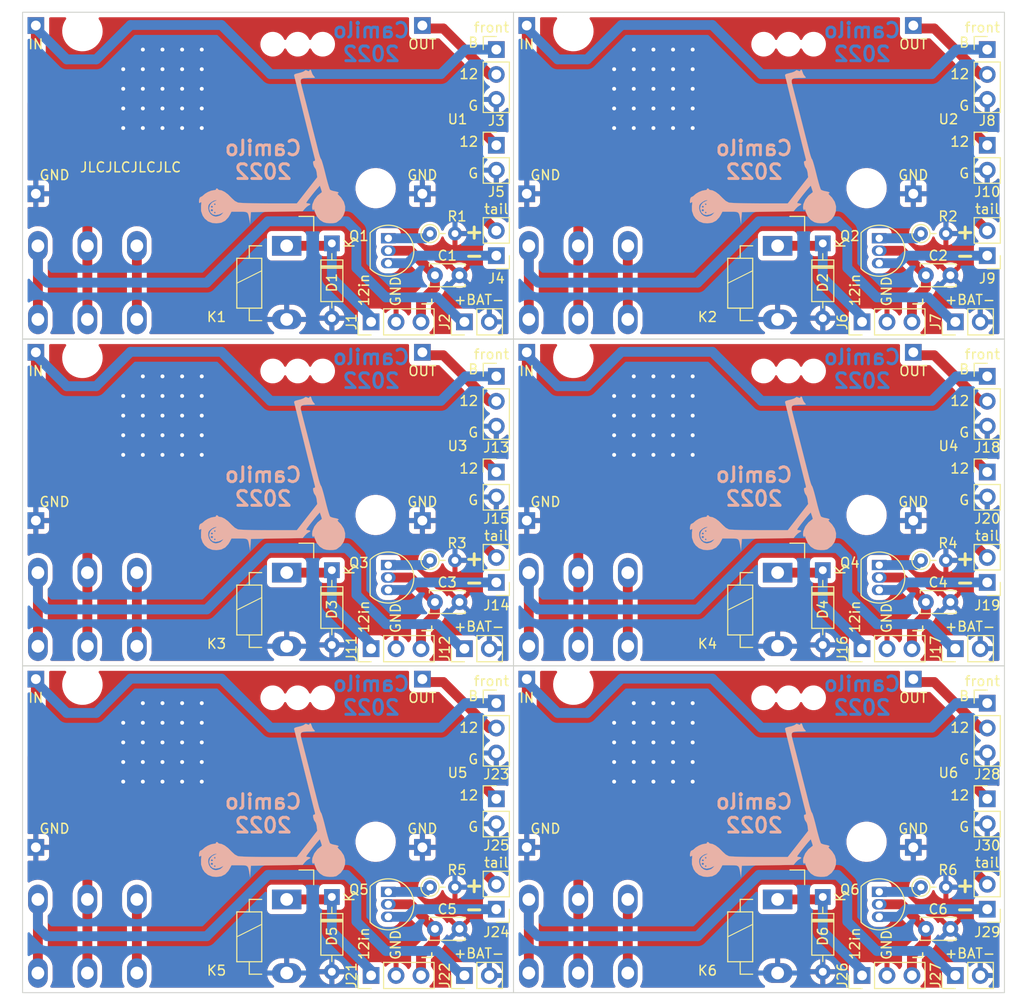
<source format=kicad_pcb>
(kicad_pcb (version 20211014) (generator pcbnew)
  (layers (0 "F.Cu" signal) (31 "B.Cu" signal) (34 "B.Paste" user) (35 "F.Paste" user) (36 "B.SilkS" user "B.Silkscreen") (37 "F.SilkS" user "F.Silkscreen") (38 "B.Mask" user) (39 "F.Mask" user) (44 "Edge.Cuts" user))
  (net 0 "")
  (net 1 "GND")
  (net 2 "/tail")
  (net 3 "/12v signal")
  (net 4 "+BATT")
  (net 5 "/bat_on")
  (net 6 "+12V")
  (net 7 "Net-(J4-Pad1)")
  (net 8 "unconnected-(K1-Pad12)")
  (net 9 "Net-(Q1-Pad1)")
  (footprint "Relay_THT:Relay_SPDT_Schrack-RT1-16A-FormC_RM5mm" (layer "F.Cu") (at 96.65 79 180)
    (fp_text reference "K1")
    (fp_text value "RT314A03")
  )
  (footprint "Connector_PinHeader_2.54mm:PinHeader_1x02_P2.54mm_Vertical" (layer "F.Cu") (at 164.75 120.05 90)
    (fp_text reference "J17")
    (fp_text value "batt")
  )
  (footprint "Connector_PinHeader_2.54mm:PinHeader_1x02_P2.54mm_Vertical" (layer "F.Cu") (at 164.75 86.75 90)
    (fp_text reference "J7")
    (fp_text value "batt")
  )
  (footprint "Diode_THT:D_DO-35_SOD27_P7.62mm_Horizontal" (layer "F.Cu") (at 151.25 112.05 -90)
    (fp_text reference "D4")
    (fp_text value "1N4148")
  )
  (footprint "Connector_PinHeader_2.54mm:PinHeader_1x02_P2.54mm_Vertical" (layer "F.Cu") (at 114.75 153.35 90)
    (fp_text reference "J22")
    (fp_text value "batt")
  )
  (footprint "Relay_THT:Relay_SPDT_Schrack-RT1-16A-FormC_RM5mm" (layer "F.Cu") (at 96.65 145.6 180)
    (fp_text reference "K5")
    (fp_text value "RT314A03")
  )
  (footprint "Connector_PinHeader_2.54mm:PinHeader_1x02_P2.54mm_Vertical" (layer "F.Cu") (at 118 80 180)
    (fp_text reference "J4")
    (fp_text value "tail")
  )
  (footprint "Connector_PinHeader_2.54mm:PinHeader_1x03_P2.54mm_Vertical" (layer "F.Cu") (at 155.25 86.75 90)
    (fp_text reference "J6")
    (fp_text value "scooter")
  )
  (footprint "Connector_PinHeader_2.54mm:PinHeader_1x02_P2.54mm_Vertical" (layer "F.Cu") (at 118 102.05)
    (fp_text reference "J15")
    (fp_text value "12v out")
  )
  (footprint "Diode_THT:D_DO-35_SOD27_P7.62mm_Horizontal" (layer "F.Cu") (at 151.25 145.35 -90)
    (fp_text reference "D6")
    (fp_text value "1N4148")
  )
  (footprint "stepdown:DSN2596" (layer "F.Cu") (at 90.785 64.805)
    (fp_text reference "U1")
    (fp_text value "Stepdown")
  )
  (footprint "Connector_PinHeader_2.54mm:PinHeader_1x02_P2.54mm_Vertical" (layer "F.Cu") (at 118 135.35)
    (fp_text reference "J25")
    (fp_text value "12v out")
  )
  (footprint "stepdown:DSN2596" (layer "F.Cu") (at 140.785 98.105)
    (fp_text reference "U4")
    (fp_text value "Stepdown")
  )
  (footprint "Connector_PinHeader_2.54mm:PinHeader_1x03_P2.54mm_Vertical" (layer "F.Cu") (at 118 125.6)
    (fp_text reference "J23")
    (fp_text value "frontLight")
  )
  (footprint "Resistor_THT:R_Axial_DIN0204_L3.6mm_D1.6mm_P2.54mm_Vertical" (layer "F.Cu") (at 161.25 144.35)
    (fp_text reference "R6")
    (fp_text value "68")
  )
  (footprint "Connector_PinHeader_2.54mm:PinHeader_1x02_P2.54mm_Vertical" (layer "F.Cu") (at 168 135.35)
    (fp_text reference "J30")
    (fp_text value "12v out")
  )
  (footprint "Capacitor_THT:C_Disc_D3.4mm_W2.1mm_P2.50mm" (layer "F.Cu") (at 114.25 115.3 180)
    (fp_text reference "C3")
    (fp_text value "0.1uF")
  )
  (footprint "Package_TO_SOT_THT:TO-92_Inline" (layer "F.Cu") (at 107 111.53 -90)
    (fp_text reference "Q3")
    (fp_text value "PN2222A")
  )
  (footprint "Connector_PinHeader_2.54mm:PinHeader_1x03_P2.54mm_Vertical" (layer "F.Cu") (at 118 92.3)
    (fp_text reference "J13")
    (fp_text value "frontLight")
  )
  (footprint "Connector_PinHeader_2.54mm:PinHeader_1x02_P2.54mm_Vertical" (layer "F.Cu") (at 118 113.3 180)
    (fp_text reference "J14")
    (fp_text value "tail")
  )
  (footprint "Connector_PinHeader_2.54mm:PinHeader_1x02_P2.54mm_Vertical" (layer "F.Cu") (at 168 102.05)
    (fp_text reference "J20")
    (fp_text value "12v out")
  )
  (footprint "Connector_PinHeader_2.54mm:PinHeader_1x02_P2.54mm_Vertical" (layer "F.Cu") (at 118 68.75)
    (fp_text reference "J5")
    (fp_text value "12v out")
  )
  (footprint "Relay_THT:Relay_SPDT_Schrack-RT1-16A-FormC_RM5mm" (layer "F.Cu") (at 146.65 112.3 180)
    (fp_text reference "K4")
    (fp_text value "RT314A03")
  )
  (footprint "Connector_PinHeader_2.54mm:PinHeader_1x03_P2.54mm_Vertical" (layer "F.Cu") (at 155.25 153.35 90)
    (fp_text reference "J26")
    (fp_text value "scooter")
  )
  (footprint "Diode_THT:D_DO-35_SOD27_P7.62mm_Horizontal" (layer "F.Cu") (at 151.25 78.75 -90)
    (fp_text reference "D2")
    (fp_text value "1N4148")
  )
  (footprint "Package_TO_SOT_THT:TO-92_Inline" (layer "F.Cu") (at 157 78.23 -90)
    (fp_text reference "Q2")
    (fp_text value "PN2222A")
  )
  (footprint "Diode_THT:D_DO-35_SOD27_P7.62mm_Horizontal" (layer "F.Cu") (at 101.25 112.05 -90)
    (fp_text reference "D3")
    (fp_text value "1N4148")
  )
  (footprint "Connector_PinHeader_2.54mm:PinHeader_1x03_P2.54mm_Vertical" (layer "F.Cu") (at 105.25 153.35 90)
    (fp_text reference "J21")
    (fp_text value "scooter")
  )
  (footprint "Diode_THT:D_DO-35_SOD27_P7.62mm_Horizontal" (layer "F.Cu") (at 101.25 78.75 -90)
    (fp_text reference "D1")
    (fp_text value "1N4148")
  )
  (footprint "Resistor_THT:R_Axial_DIN0204_L3.6mm_D1.6mm_P2.54mm_Vertical" (layer "F.Cu") (at 161.25 77.75)
    (fp_text reference "R2")
    (fp_text value "68")
  )
  (footprint "Connector_PinHeader_2.54mm:PinHeader_1x03_P2.54mm_Vertical" (layer "F.Cu") (at 105.25 120.05 90)
    (fp_text reference "J11")
    (fp_text value "scooter")
  )
  (footprint "Connector_PinHeader_2.54mm:PinHeader_1x03_P2.54mm_Vertical" (layer "F.Cu") (at 118 59)
    (fp_text reference "J3")
    (fp_text value "frontLight")
  )
  (footprint "Relay_THT:Relay_SPDT_Schrack-RT1-16A-FormC_RM5mm" (layer "F.Cu") (at 96.65 112.3 180)
    (fp_text reference "K3")
    (fp_text value "RT314A03")
  )
  (footprint "Connector_PinHeader_2.54mm:PinHeader_1x02_P2.54mm_Vertical" (layer "F.Cu") (at 114.75 86.75 90)
    (fp_text reference "J2")
    (fp_text value "batt")
  )
  (footprint "Resistor_THT:R_Axial_DIN0204_L3.6mm_D1.6mm_P2.54mm_Vertical" (layer "F.Cu") (at 111.25 77.75)
    (fp_text reference "R1")
    (fp_text value "68")
  )
  (footprint "Package_TO_SOT_THT:TO-92_Inline" (layer "F.Cu") (at 107 144.83 -90)
    (fp_text reference "Q5")
    (fp_text value "PN2222A")
  )
  (footprint "Connector_PinHeader_2.54mm:PinHeader_1x03_P2.54mm_Vertical" (layer "F.Cu") (at 105.25 86.75 90)
    (fp_text reference "J1")
    (fp_text value "scooter")
  )
  (footprint "Connector_PinHeader_2.54mm:PinHeader_1x03_P2.54mm_Vertical" (layer "F.Cu") (at 168 59)
    (fp_text reference "J8")
    (fp_text value "frontLight")
  )
  (footprint "Connector_PinHeader_2.54mm:PinHeader_1x02_P2.54mm_Vertical" (layer "F.Cu") (at 168 68.75)
    (fp_text reference "J10")
    (fp_text value "12v out")
  )
  (footprint "Connector_PinHeader_2.54mm:PinHeader_1x02_P2.54mm_Vertical" (layer "F.Cu") (at 168 80 180)
    (fp_text reference "J9")
    (fp_text value "tail")
  )
  (footprint "stepdown:DSN2596" (layer "F.Cu") (at 90.785 98.105)
    (fp_text reference "U3")
    (fp_text value "Stepdown")
  )
  (footprint "Capacitor_THT:C_Disc_D3.4mm_W2.1mm_P2.50mm" (layer "F.Cu") (at 114.25 148.6 180)
    (fp_text reference "C5")
    (fp_text value "0.1uF")
  )
  (footprint "Relay_THT:Relay_SPDT_Schrack-RT1-16A-FormC_RM5mm" (layer "F.Cu") (at 146.65 79 180)
    (fp_text reference "K2")
    (fp_text value "RT314A03")
  )
  (footprint "stepdown:DSN2596" (layer "F.Cu") (at 140.785 64.805)
    (fp_text reference "U2")
    (fp_text value "Stepdown")
  )
  (footprint "Package_TO_SOT_THT:TO-92_Inline" (layer "F.Cu") (at 107 78.23 -90)
    (fp_text reference "Q1")
    (fp_text value "PN2222A")
  )
  (footprint "Connector_PinHeader_2.54mm:PinHeader_1x03_P2.54mm_Vertical" (layer "F.Cu") (at 168 92.3)
    (fp_text reference "J18")
    (fp_text value "frontLight")
  )
  (footprint "Package_TO_SOT_THT:TO-92_Inline" (layer "F.Cu") (at 157 111.53 -90)
    (fp_text reference "Q4")
    (fp_text value "PN2222A")
  )
  (footprint "Capacitor_THT:C_Disc_D3.4mm_W2.1mm_P2.50mm" (layer "F.Cu") (at 164.25 148.6 180)
    (fp_text reference "C6")
    (fp_text value "0.1uF")
  )
  (footprint "stepdown:DSN2596" (layer "F.Cu") (at 140.785 131.405)
    (fp_text reference "U6")
    (fp_text value "Stepdown")
  )
  (footprint "Connector_PinHeader_2.54mm:PinHeader_1x02_P2.54mm_Vertical" (layer "F.Cu") (at 168 113.3 180)
    (fp_text reference "J19")
    (fp_text value "tail")
  )
  (footprint "Connector_PinHeader_2.54mm:PinHeader_1x02_P2.54mm_Vertical" (layer "F.Cu") (at 118 146.6 180)
    (fp_text reference "J24")
    (fp_text value "tail")
  )
  (footprint "Connector_PinHeader_2.54mm:PinHeader_1x02_P2.54mm_Vertical" (layer "F.Cu") (at 164.75 153.35 90)
    (fp_text reference "J27")
    (fp_text value "batt")
  )
  (footprint "Relay_THT:Relay_SPDT_Schrack-RT1-16A-FormC_RM5mm" (layer "F.Cu") (at 146.65 145.6 180)
    (fp_text reference "K6")
    (fp_text value "RT314A03")
  )
  (footprint "Connector_PinHeader_2.54mm:PinHeader_1x02_P2.54mm_Vertical" (layer "F.Cu") (at 168 146.6 180)
    (fp_text reference "J29")
    (fp_text value "tail")
  )
  (footprint "Capacitor_THT:C_Disc_D3.4mm_W2.1mm_P2.50mm" (layer "F.Cu") (at 164.25 82 180)
    (fp_text reference "C2")
    (fp_text value "0.1uF")
  )
  (footprint "Resistor_THT:R_Axial_DIN0204_L3.6mm_D1.6mm_P2.54mm_Vertical" (layer "F.Cu") (at 161.25 111.05)
    (fp_text reference "R4")
    (fp_text value "68")
  )
  (footprint "Capacitor_THT:C_Disc_D3.4mm_W2.1mm_P2.50mm" (layer "F.Cu") (at 164.25 115.3 180)
    (fp_text reference "C4")
    (fp_text value "0.1uF")
  )
  (footprint "Diode_THT:D_DO-35_SOD27_P7.62mm_Horizontal" (layer "F.Cu") (at 101.25 145.35 -90)
    (fp_text reference "D5")
    (fp_text value "1N4148")
  )
  (footprint "Resistor_THT:R_Axial_DIN0204_L3.6mm_D1.6mm_P2.54mm_Vertical" (layer "F.Cu") (at 111.25 111.05)
    (fp_text reference "R3")
    (fp_text value "68")
  )
  (footprint "Connector_PinHeader_2.54mm:PinHeader_1x03_P2.54mm_Vertical" (layer "F.Cu") (at 168 125.6)
    (fp_text reference "J28")
    (fp_text value "frontLight")
  )
  (footprint "Capacitor_THT:C_Disc_D3.4mm_W2.1mm_P2.50mm" (layer "F.Cu") (at 114.25 82 180)
    (fp_text reference "C1")
    (fp_text value "0.1uF")
  )
  (footprint "Connector_PinHeader_2.54mm:PinHeader_1x03_P2.54mm_Vertical" (layer "F.Cu") (at 155.25 120.05 90)
    (fp_text reference "J16")
    (fp_text value "scooter")
  )
  (footprint "Resistor_THT:R_Axial_DIN0204_L3.6mm_D1.6mm_P2.54mm_Vertical" (layer "F.Cu") (at 111.25 144.35)
    (fp_text reference "R5")
    (fp_text value "68")
  )
  (footprint "Package_TO_SOT_THT:TO-92_Inline" (layer "F.Cu") (at 157 144.83 -90)
    (fp_text reference "Q6")
    (fp_text value "PN2222A")
  )
  (footprint "stepdown:DSN2596" (layer "F.Cu") (at 90.785 131.405)
    (fp_text reference "U5")
    (fp_text value "Stepdown")
  )
  (footprint "Connector_PinHeader_2.54mm:PinHeader_1x02_P2.54mm_Vertical" (layer "F.Cu") (at 114.75 120.05 90)
    (fp_text reference "J12")
    (fp_text value "batt")
  )
  (footprint "logo:Mijia" (layer "B.Cu") (at 145 135.35 180)
    (fp_text reference "G***5" hide)
    (fp_text value "Mijia" hide)
  )
  (footprint "logo:Mijia" (layer "B.Cu") (at 145 102.05 180)
    (fp_text reference "G***3" hide)
    (fp_text value "Mijia" hide)
  )
  (footprint "logo:Mijia" (layer "B.Cu") (at 145 68.75 180)
    (fp_text reference "G***1" hide)
    (fp_text value "Mijia" hide)
  )
  (footprint "logo:Mijia" (layer "B.Cu") (at 95 102.05 180)
    (fp_text reference "G***2" hide)
    (fp_text value "Mijia" hide)
  )
  (footprint "logo:Mijia" (layer "B.Cu") (at 95 68.75 180)
    (fp_text reference "G***" hide)
    (fp_text value "Mijia" hide)
  )
  (footprint "logo:Mijia" (layer "B.Cu") (at 95 135.35 180)
    (fp_text reference "G***4" hide)
    (fp_text value "Mijia" hide)
  )
  (gr_rect (start 119.75 55.2) (end 169.75 88.5) (layer "Edge.Cuts") (width 0.1) (fill none))
  (gr_rect (start 69.75 88.5) (end 119.75 121.8) (layer "Edge.Cuts") (width 0.1) (fill none))
  (gr_rect (start 119.75 121.8) (end 169.75 155.1) (layer "Edge.Cuts") (width 0.1) (fill none))
  (gr_rect (start 119.75 88.5) (end 169.75 121.8) (layer "Edge.Cuts") (width 0.1) (fill none))
  (gr_rect (start 69.75 55.2) (end 119.75 88.5) (layer "Edge.Cuts") (width 0.1) (fill none))
  (gr_rect (start 69.75 121.8) (end 119.75 155.1) (layer "Edge.Cuts") (width 0.1) (fill none))
  (gr_text "Camilo\n2022" (at 105.25 58.25) (layer "B.Cu") (effects (font (size 1.5 1.5) (thickness 0.3)) (justify mirror)))
  (gr_text "Camilo\n2022" (at 105.25 91.55) (layer "B.Cu") (effects (font (size 1.5 1.5) (thickness 0.3)) (justify mirror)))
  (gr_text "Camilo\n2022" (at 155.25 58.25) (layer "B.Cu") (effects (font (size 1.5 1.5) (thickness 0.3)) (justify mirror)))
  (gr_text "Camilo\n2022" (at 155.25 124.85) (layer "B.Cu") (effects (font (size 1.5 1.5) (thickness 0.3)) (justify mirror)))
  (gr_text "Camilo\n2022" (at 155.25 91.55) (layer "B.Cu") (effects (font (size 1.5 1.5) (thickness 0.3)) (justify mirror)))
  (gr_text "Camilo\n2022" (at 105.25 124.85) (layer "B.Cu") (effects (font (size 1.5 1.5) (thickness 0.3)) (justify mirror)))
  (gr_text "Camilo\n2022" (at 144.25 136.85) (layer "B.SilkS") (effects (font (size 1.5 1.5) (thickness 0.3)) (justify mirror)))
  (gr_text "Camilo\n2022" (at 94.25 70.25) (layer "B.SilkS") (effects (font (size 1.5 1.5) (thickness 0.3)) (justify mirror)))
  (gr_text "Camilo\n2022" (at 94.25 136.85) (layer "B.SilkS") (effects (font (size 1.5 1.5) (thickness 0.3)) (justify mirror)))
  (gr_text "Camilo\n2022" (at 144.25 70.25) (layer "B.SilkS") (effects (font (size 1.5 1.5) (thickness 0.3)) (justify mirror)))
  (gr_text "Camilo\n2022" (at 144.25 103.55) (layer "B.SilkS") (effects (font (size 1.5 1.5) (thickness 0.3)) (justify mirror)))
  (gr_text "Camilo\n2022" (at 94.25 103.55) (layer "B.SilkS") (effects (font (size 1.5 1.5) (thickness 0.3)) (justify mirror)))
  (gr_text "12\n\nG" (at 166.25 70) (layer "F.SilkS") (effects (font (size 1 1)) (justify right)))
  (gr_text "B\n\n12\n\nG" (at 166.25 94.8) (layer "F.SilkS") (effects (font (size 1 1)) (justify right)))
  (gr_text "tail" (at 168 141.85) (layer "F.SilkS") (effects (font (size 1 1))))
  (gr_text "+\n-" (at 115.75 78.75) (layer "F.SilkS") (effects (font (size 1.5 1.5) (thickness 0.3))))
  (gr_text "+BAT-" (at 116.25 84.5) (layer "F.SilkS") (effects (font (size 1 1))))
  (gr_text "12in\n\nGND\n\nL" (at 157.75 118.55 90) (layer "F.SilkS") (effects (font (size 1 1)) (justify left)))
  (gr_text "12\n\nG" (at 116.25 136.6) (layer "F.SilkS") (effects (font (size 1 1)) (justify right)))
  (gr_text "front" (at 117.5 90.05) (layer "F.SilkS") (effects (font (size 1 1))))
  (gr_text "+BAT-" (at 166.25 117.8) (layer "F.SilkS") (effects (font (size 1 1))))
  (gr_text "front" (at 117.5 56.75) (layer "F.SilkS") (effects (font (size 1 1))))
  (gr_text "+\n-" (at 115.75 112.05) (layer "F.SilkS") (effects (font (size 1.5 1.5) (thickness 0.3))))
  (gr_text "tail" (at 168 75.25) (layer "F.SilkS") (effects (font (size 1 1))))
  (gr_text "+BAT-" (at 116.25 117.8) (layer "F.SilkS") (effects (font (size 1 1))))
  (gr_text "front" (at 117.5 123.35) (layer "F.SilkS") (effects (font (size 1 1))))
  (gr_text "JLCJLCJLCJLC" (at 80.75 71) (layer "F.SilkS") (effects (font (size 1 1))))
  (gr_text "+BAT-" (at 166.25 151.1) (layer "F.SilkS") (effects (font (size 1 1))))
  (gr_text "B\n\n12\n\nG" (at 116.25 94.8) (layer "F.SilkS") (effects (font (size 1 1)) (justify right)))
  (gr_text "+BAT-" (at 166.25 84.5) (layer "F.SilkS") (effects (font (size 1 1))))
  (gr_text "+\n-" (at 165.75 112.05) (layer "F.SilkS") (effects (font (size 1.5 1.5) (thickness 0.3))))
  (gr_text "B\n\n12\n\nG" (at 166.25 61.5) (layer "F.SilkS") (effects (font (size 1 1)) (justify right)))
  (gr_text "+\n-" (at 165.75 145.35) (layer "F.SilkS") (effects (font (size 1.5 1.5) (thickness 0.3))))
  (gr_text "B\n\n12\n\nG" (at 166.25 128.1) (layer "F.SilkS") (effects (font (size 1 1)) (justify right)))
  (gr_text "B\n\n12\n\nG" (at 116.25 61.5) (layer "F.SilkS") (effects (font (size 1 1)) (justify right)))
  (gr_text "front" (at 167.5 123.35) (layer "F.SilkS") (effects (font (size 1 1))))
  (gr_text "12in\n\nGND\n\nL" (at 107.75 151.85 90) (layer "F.SilkS") (effects (font (size 1 1)) (justify left)))
  (gr_text "12\n\nG" (at 166.25 103.3) (layer "F.SilkS") (effects (font (size 1 1)) (justify right)))
  (gr_text "tail" (at 168 108.55) (layer "F.SilkS") (effects (font (size 1 1))))
  (gr_text "12\n\nG" (at 116.25 70) (layer "F.SilkS") (effects (font (size 1 1)) (justify right)))
  (gr_text "tail" (at 118 75.25) (layer "F.SilkS") (effects (font (size 1 1))))
  (gr_text "+\n-" (at 165.75 78.75) (layer "F.SilkS") (effects (font (size 1.5 1.5) (thickness 0.3))))
  (gr_text "B\n\n12\n\nG" (at 116.25 128.1) (layer "F.SilkS") (effects (font (size 1 1)) (justify right)))
  (gr_text "12in\n\nGND\n\nL" (at 157.75 85.25 90) (layer "F.SilkS") (effects (font (size 1 1)) (justify left)))
  (gr_text "12in\n\nGND\n\nL" (at 157.75 151.85 90) (layer "F.SilkS") (effects (font (size 1 1)) (justify left)))
  (gr_text "12in\n\nGND\n\nL" (at 107.75 85.25 90) (layer "F.SilkS") (effects (font (size 1 1)) (justify left)))
  (gr_text "12\n\nG" (at 116.25 103.3) (layer "F.SilkS") (effects (font (size 1 1)) (justify right)))
  (gr_text "12in\n\nGND\n\nL" (at 107.75 118.55 90) (layer "F.SilkS") (effects (font (size 1 1)) (justify left)))
  (gr_text "+\n-" (at 115.75 145.35) (layer "F.SilkS") (effects (font (size 1.5 1.5) (thickness 0.3))))
  (gr_text "+BAT-" (at 116.25 151.1) (layer "F.SilkS") (effects (font (size 1 1))))
  (gr_text "tail" (at 118 108.55) (layer "F.SilkS") (effects (font (size 1 1))))
  (gr_text "front" (at 167.5 56.75) (layer "F.SilkS") (effects (font (size 1 1))))
  (gr_text "front" (at 167.5 90.05) (layer "F.SilkS") (effects (font (size 1 1))))
  (gr_text "12\n\nG" (at 166.25 136.6) (layer "F.SilkS") (effects (font (size 1 1)) (justify right)))
  (gr_text "tail" (at 118 141.85) (layer "F.SilkS") (effects (font (size 1 1))))
  (via (at 88 131.6) (size 0.8) (drill 0.4) (layers "F.Cu" "B.Cu") (net 1))
  (via (at 84 92.3) (size 0.8) (drill 0.4) (layers "F.Cu" "B.Cu") (net 1))
  (via (at 80 67) (size 0.8) (drill 0.4) (layers "F.Cu" "B.Cu") (net 1))
  (via (at 84 59) (size 0.8) (drill 0.4) (layers "F.Cu" "B.Cu") (net 1))
  (via (at 82 127.6) (size 0.8) (drill 0.4) (layers "F.Cu" "B.Cu") (net 1))
  (via (at 134 67) (size 0.8) (drill 0.4) (layers "F.Cu" "B.Cu") (net 1))
  (via (at 82 67) (size 0.8) (drill 0.4) (layers "F.Cu" "B.Cu") (net 1))
  (via (at 86 63) (size 0.8) (drill 0.4) (layers "F.Cu" "B.Cu") (net 1))
  (via (at 86 98.3) (size 0.8) (drill 0.4) (layers "F.Cu" "B.Cu") (net 1))
  (via (at 134 98.3) (size 0.8) (drill 0.4) (layers "F.Cu" "B.Cu") (net 1))
  (via (at 80 133.6) (size 0.8) (drill 0.4) (layers "F.Cu" "B.Cu") (net 1))
  (via (at 88 65) (size 0.8) (drill 0.4) (layers "F.Cu" "B.Cu") (net 1))
  (via (at 82 63) (size 0.8) (drill 0.4) (layers "F.Cu" "B.Cu") (net 1))
  (via (at 132 61) (size 0.8) (drill 0.4) (layers "F.Cu" "B.Cu") (net 1))
  (via (at 136 100.3) (size 0.8) (drill 0.4) (layers "F.Cu" "B.Cu") (net 1))
  (via (at 88 129.6) (size 0.8) (drill 0.4) (layers "F.Cu" "B.Cu") (net 1))
  (via (at 84 94.3) (size 0.8) (drill 0.4) (layers "F.Cu" "B.Cu") (net 1))
  (via (at 134 94.3) (size 0.8) (drill 0.4) (layers "F.Cu" "B.Cu") (net 1))
  (via (at 132 59) (size 0.8) (drill 0.4) (layers "F.Cu" "B.Cu") (net 1))
  (via (at 132 63) (size 0.8) (drill 0.4) (layers "F.Cu" "B.Cu") (net 1))
  (via (at 136 59) (size 0.8) (drill 0.4) (layers "F.Cu" "B.Cu") (net 1))
  (via (at 138 67) (size 0.8) (drill 0.4) (layers "F.Cu" "B.Cu") (net 1))
  (via (at 130 96.3) (size 0.8) (drill 0.4) (layers "F.Cu" "B.Cu") (net 1))
  (via (at 134 92.3) (size 0.8) (drill 0.4) (layers "F.Cu" "B.Cu") (net 1))
  (via (at 130 98.3) (size 0.8) (drill 0.4) (layers "F.Cu" "B.Cu") (net 1))
  (via (at 134 129.6) (size 0.8) (drill 0.4) (layers "F.Cu" "B.Cu") (net 1))
  (via (at 84 127.6) (size 0.8) (drill 0.4) (layers "F.Cu" "B.Cu") (net 1))
  (via (at 88 67) (size 0.8) (drill 0.4) (layers "F.Cu" "B.Cu") (net 1))
  (via (at 86 67) (size 0.8) (drill 0.4) (layers "F.Cu" "B.Cu") (net 1))
  (via (at 136 98.3) (size 0.8) (drill 0.4) (layers "F.Cu" "B.Cu") (net 1))
  (via (at 138 100.3) (size 0.8) (drill 0.4) (layers "F.Cu" "B.Cu") (net 1))
  (via (at 88 59) (size 0.8) (drill 0.4) (layers "F.Cu" "B.Cu") (net 1))
  (via (at 84 133.6) (size 0.8) (drill 0.4) (layers "F.Cu" "B.Cu") (net 1))
  (via (at 136 65) (size 0.8) (drill 0.4) (layers "F.Cu" "B.Cu") (net 1))
  (via (at 130 127.6) (size 0.8) (drill 0.4) (layers "F.Cu" "B.Cu") (net 1))
  (via (at 82 129.6) (size 0.8) (drill 0.4) (layers "F.Cu" "B.Cu") (net 1))
  (via (at 138 129.6) (size 0.8) (drill 0.4) (layers "F.Cu" "B.Cu") (net 1))
  (via (at 134 125.6) (size 0.8) (drill 0.4) (layers "F.Cu" "B.Cu") (net 1))
  (via (at 86 133.6) (size 0.8) (drill 0.4) (layers "F.Cu" "B.Cu") (net 1))
  (via (at 134 61) (size 0.8) (drill 0.4) (layers "F.Cu" "B.Cu") (net 1))
  (via (at 82 125.6) (size 0.8) (drill 0.4) (layers "F.Cu" "B.Cu") (net 1))
  (via (at 88 61) (size 0.8) (drill 0.4) (layers "F.Cu" "B.Cu") (net 1))
  (via (at 130 131.6) (size 0.8) (drill 0.4) (layers "F.Cu" "B.Cu") (net 1))
  (via (at 132 127.6) (size 0.8) (drill 0.4) (layers "F.Cu" "B.Cu") (net 1))
  (via (at 132 133.6) (size 0.8) (drill 0.4) (layers "F.Cu" "B.Cu") (net 1))
  (via (at 80 61) (size 0.8) (drill 0.4) (layers "F.Cu" "B.Cu") (net 1))
  (via (at 138 63) (size 0.8) (drill 0.4) (layers "F.Cu" "B.Cu") (net 1))
  (via (at 80 94.3) (size 0.8) (drill 0.4) (layers "F.Cu" "B.Cu") (net 1))
  (via (at 86 129.6) (size 0.8) (drill 0.4) (layers "F.Cu" "B.Cu") (net 1))
  (via (at 86 92.3) (size 0.8) (drill 0.4) (layers "F.Cu" "B.Cu") (net 1))
  (via (at 136 96.3) (size 0.8) (drill 0.4) (layers "F.Cu" "B.Cu") (net 1))
  (via (at 138 127.6) (size 0.8) (drill 0.4) (layers "F.Cu" "B.Cu") (net 1))
  (via (at 138 94.3) (size 0.8) (drill 0.4) (layers "F.Cu" "B.Cu") (net 1))
  (via (at 134 65) (size 0.8) (drill 0.4) (layers "F.Cu" "B.Cu") (net 1))
  (via (at 132 98.3) (size 0.8) (drill 0.4) (layers "F.Cu" "B.Cu") (net 1))
  (via (at 134 127.6) (size 0.8) (drill 0.4) (layers "F.Cu" "B.Cu") (net 1))
  (via (at 80 65) (size 0.8) (drill 0.4) (layers "F.Cu" "B.Cu") (net 1))
  (via (at 132 131.6) (size 0.8) (drill 0.4) (layers "F.Cu" "B.Cu") (net 1))
  (via (at 84 125.6) (size 0.8) (drill 0.4) (layers "F.Cu" "B.Cu") (net 1))
  (via (at 80 98.3) (size 0.8) (drill 0.4) (layers "F.Cu" "B.Cu") (net 1))
  (via (at 136 94.3) (size 0.8) (drill 0.4) (layers "F.Cu" "B.Cu") (net 1))
  (via (at 84 67) (size 0.8) (drill 0.4) (layers "F.Cu" "B.Cu") (net 1))
  (via (at 80 127.6) (size 0.8) (drill 0.4) (layers "F.Cu" "B.Cu") (net 1))
  (via (at 86 94.3) (size 0.8) (drill 0.4) (layers "F.Cu" "B.Cu") (net 1))
  (via (at 86 65) (size 0.8) (drill 0.4) (layers "F.Cu" "B.Cu") (net 1))
  (via (at 130 94.3) (size 0.8) (drill 0.4) (layers "F.Cu" "B.Cu") (net 1))
  (via (at 88 100.3) (size 0.8) (drill 0.4) (layers "F.Cu" "B.Cu") (net 1))
  (via (at 84 129.6) (size 0.8) (drill 0.4) (layers "F.Cu" "B.Cu") (net 1))
  (via (at 86 127.6) (size 0.8) (drill 0.4) (layers "F.Cu" "B.Cu") (net 1))
  (via (at 84 61) (size 0.8) (drill 0.4) (layers "F.Cu" "B.Cu") (net 1))
  (via (at 84 100.3) (size 0.8) (drill 0.4) (layers "F.Cu" "B.Cu") (net 1))
  (via (at 138 61) (size 0.8) (drill 0.4) (layers "F.Cu" "B.Cu") (net 1))
  (via (at 82 131.6) (size 0.8) (drill 0.4) (layers "F.Cu" "B.Cu") (net 1))
  (via (at 84 131.6) (size 0.8) (drill 0.4) (layers "F.Cu" "B.Cu") (net 1))
  (via (at 136 133.6) (size 0.8) (drill 0.4) (layers "F.Cu" "B.Cu") (net 1))
  (via (at 88 127.6) (size 0.8) (drill 0.4) (layers "F.Cu" "B.Cu") (net 1))
  (via (at 80 129.6) (size 0.8) (drill 0.4) (layers "F.Cu" "B.Cu") (net 1))
  (via (at 132 96.3) (size 0.8) (drill 0.4) (layers "F.Cu" "B.Cu") (net 1))
  (via (at 138 92.3) (size 0.8) (drill 0.4) (layers "F.Cu" "B.Cu") (net 1))
  (via (at 130 67) (size 0.8) (drill 0.4) (layers "F.Cu" "B.Cu") (net 1))
  (via (at 88 94.3) (size 0.8) (drill 0.4) (layers "F.Cu" "B.Cu") (net 1))
  (via (at 86 131.6) (size 0.8) (drill 0.4) (layers "F.Cu" "B.Cu") (net 1))
  (via (at 80 63) (size 0.8) (drill 0.4) (layers "F.Cu" "B.Cu") (net 1))
  (via (at 134 63) (size 0.8) (drill 0.4) (layers "F.Cu" "B.Cu") (net 1))
  (via (at 82 65) (size 0.8) (drill 0.4) (layers "F.Cu" "B.Cu") (net 1))
  (via (at 82 98.3) (size 0.8) (drill 0.4) (layers "F.Cu" "B.Cu") (net 1))
  (via (at 136 129.6) (size 0.8) (drill 0.4) (layers "F.Cu" "B.Cu") (net 1))
  (via (at 132 100.3) (size 0.8) (drill 0.4) (layers "F.Cu" "B.Cu") (net 1))
  (via (at 134 96.3) (size 0.8) (drill 0.4) (layers "F.Cu" "B.Cu") (net 1))
  (via (at 86 61) (size 0.8) (drill 0.4) (layers "F.Cu" "B.Cu") (net 1))
  (via (at 84 65) (size 0.8) (drill 0.4) (layers "F.Cu" "B.Cu") (net 1))
  (via (at 82 94.3) (size 0.8) (drill 0.4) (layers "F.Cu" "B.Cu") (net 1))
  (via (at 132 129.6) (size 0.8) (drill 0.4) (layers "F.Cu" "B.Cu") (net 1))
  (via (at 136 92.3) (size 0.8) (drill 0.4) (layers "F.Cu" "B.Cu") (net 1))
  (via (at 82 133.6) (size 0.8) (drill 0.4) (layers "F.Cu" "B.Cu") (net 1))
  (via (at 82 61) (size 0.8) (drill 0.4) (layers "F.Cu" "B.Cu") (net 1))
  (via (at 86 100.3) (size 0.8) (drill 0.4) (layers "F.Cu" "B.Cu") (net 1))
  (via (at 132 125.6) (size 0.8) (drill 0.4) (layers "F.Cu" "B.Cu") (net 1))
  (via (at 88 125.6) (size 0.8) (drill 0.4) (layers "F.Cu" "B.Cu") (net 1))
  (via (at 82 96.3) (size 0.8) (drill 0.4) (layers "F.Cu" "B.Cu") (net 1))
  (via (at 80 131.6) (size 0.8) (drill 0.4) (layers "F.Cu" "B.Cu") (net 1))
  (via (at 138 96.3) (size 0.8) (drill 0.4) (layers "F.Cu" "B.Cu") (net 1))
  (via (at 82 92.3) (size 0.8) (drill 0.4) (layers "F.Cu" "B.Cu") (net 1))
  (via (at 82 59) (size 0.8) (drill 0.4) (layers "F.Cu" "B.Cu") (net 1))
  (via (at 134 131.6) (size 0.8) (drill 0.4) (layers "F.Cu" "B.Cu") (net 1))
  (via (at 130 65) (size 0.8) (drill 0.4) (layers "F.Cu" "B.Cu") (net 1))
  (via (at 132 65) (size 0.8) (drill 0.4) (layers "F.Cu" "B.Cu") (net 1))
  (via (at 88 98.3) (size 0.8) (drill 0.4) (layers "F.Cu" "B.Cu") (net 1))
  (via (at 86 96.3) (size 0.8) (drill 0.4) (layers "F.Cu" "B.Cu") (net 1))
  (via (at 80 96.3) (size 0.8) (drill 0.4) (layers "F.Cu" "B.Cu") (net 1))
  (via (at 130 100.3) (size 0.8) (drill 0.4) (layers "F.Cu" "B.Cu") (net 1))
  (via (at 136 125.6) (size 0.8) (drill 0.4) (layers "F.Cu" "B.Cu") (net 1))
  (via (at 138 65) (size 0.8) (drill 0.4) (layers "F.Cu" "B.Cu") (net 1))
  (via (at 134 59) (size 0.8) (drill 0.4) (layers "F.Cu" "B.Cu") (net 1))
  (via (at 130 129.6) (size 0.8) (drill 0.4) (layers "F.Cu" "B.Cu") (net 1))
  (via (at 88 92.3) (size 0.8) (drill 0.4) (layers "F.Cu" "B.Cu") (net 1))
  (via (at 136 61) (size 0.8) (drill 0.4) (layers "F.Cu" "B.Cu") (net 1))
  (via (at 84 96.3) (size 0.8) (drill 0.4) (layers "F.Cu" "B.Cu") (net 1))
  (via (at 138 133.6) (size 0.8) (drill 0.4) (layers "F.Cu" "B.Cu") (net 1))
  (via (at 138 98.3) (size 0.8) (drill 0.4) (layers "F.Cu" "B.Cu") (net 1))
  (via (at 82 100.3) (size 0.8) (drill 0.4) (layers "F.Cu" "B.Cu") (net 1))
  (via (at 134 133.6) (size 0.8) (drill 0.4) (layers "F.Cu" "B.Cu") (net 1))
  (via (at 134 100.3) (size 0.8) (drill 0.4) (layers "F.Cu" "B.Cu") (net 1))
  (via (at 130 61) (size 0.8) (drill 0.4) (layers "F.Cu" "B.Cu") (net 1))
  (via (at 136 131.6) (size 0.8) (drill 0.4) (layers "F.Cu" "B.Cu") (net 1))
  (via (at 130 63) (size 0.8) (drill 0.4) (layers "F.Cu" "B.Cu") (net 1))
  (via (at 86 59) (size 0.8) (drill 0.4) (layers "F.Cu" "B.Cu") (net 1))
  (via (at 136 127.6) (size 0.8) (drill 0.4) (layers "F.Cu" "B.Cu") (net 1))
  (via (at 88 96.3) (size 0.8) (drill 0.4) (layers "F.Cu" "B.Cu") (net 1))
  (via (at 132 67) (size 0.8) (drill 0.4) (layers "F.Cu" "B.Cu") (net 1))
  (via (at 138 131.6) (size 0.8) (drill 0.4) (layers "F.Cu" "B.Cu") (net 1))
  (via (at 80 100.3) (size 0.8) (drill 0.4) (layers "F.Cu" "B.Cu") (net 1))
  (via (at 84 63) (size 0.8) (drill 0.4) (layers "F.Cu" "B.Cu") (net 1))
  (via (at 88 63) (size 0.8) (drill 0.4) (layers "F.Cu" "B.Cu") (net 1))
  (via (at 88 133.6) (size 0.8) (drill 0.4) (layers "F.Cu" "B.Cu") (net 1))
  (via (at 138 125.6) (size 0.8) (drill 0.4) (layers "F.Cu" "B.Cu") (net 1))
  (via (at 130 133.6) (size 0.8) (drill 0.4) (layers "F.Cu" "B.Cu") (net 1))
  (via (at 136 67) (size 0.8) (drill 0.4) (layers "F.Cu" "B.Cu") (net 1))
  (via (at 132 94.3) (size 0.8) (drill 0.4) (layers "F.Cu" "B.Cu") (net 1))
  (via (at 132 92.3) (size 0.8) (drill 0.4) (layers "F.Cu" "B.Cu") (net 1))
  (via (at 136 63) (size 0.8) (drill 0.4) (layers "F.Cu" "B.Cu") (net 1))
  (via (at 86 125.6) (size 0.8) (drill 0.4) (layers "F.Cu" "B.Cu") (net 1))
  (via (at 84 98.3) (size 0.8) (drill 0.4) (layers "F.Cu" "B.Cu") (net 1))
  (via (at 138 59) (size 0.8) (drill 0.4) (layers "F.Cu" "B.Cu") (net 1))
  (segment (start 160.33 153.35) (end 160.33 151.27) (width 1) (layer "F.Cu") (net 2))
  (segment (start 157 112.8) (end 159.25 112.8) (width 1) (layer "F.Cu") (net 2))
  (segment (start 157 146.1) (end 159.25 146.1) (width 1) (layer "F.Cu") (net 2))
  (segment (start 111.75 149.85) (end 111.75 148.6) (width 1) (layer "F.Cu") (net 2))
  (segment (start 111.75 83.25) (end 111.75 82) (width 1) (layer "F.Cu") (net 2))
  (segment (start 111.75 116.55) (end 111.75 115.3) (width 1) (layer "F.Cu") (net 2))
  (segment (start 107 79.5) (end 109.25 79.5) (width 1) (layer "F.Cu") (net 2))
  (segment (start 160.33 151.27) (end 161.75 149.85) (width 1) (layer "F.Cu") (net 2))
  (segment (start 157 79.5) (end 159.25 79.5) (width 1) (layer "F.Cu") (net 2))
  (segment (start 110.33 117.97) (end 111.75 116.55) (width 1) (layer "F.Cu") (net 2))
  (segment (start 161.75 116.55) (end 161.75 115.3) (width 1) (layer "F.Cu") (net 2))
  (segment (start 161.75 83.25) (end 161.75 82) (width 1) (layer "F.Cu") (net 2))
  (segment (start 110.33 120.05) (end 110.33 117.97) (width 1) (layer "F.Cu") (net 2))
  (segment (start 160.33 120.05) (end 160.33 117.97) (width 1) (layer "F.Cu") (net 2))
  (segment (start 109.25 146.1) (end 111.75 148.6) (width 1) (layer "F.Cu") (net 2))
  (segment (start 107 146.1) (end 109.25 146.1) (width 1) (layer "F.Cu") (net 2))
  (segment (start 109.25 112.8) (end 111.75 115.3) (width 1) (layer "F.Cu") (net 2))
  (segment (start 159.25 112.8) (end 161.75 115.3) (width 1) (layer "F.Cu") (net 2))
  (segment (start 160.33 86.75) (end 160.33 84.67) (width 1) (layer "F.Cu") (net 2))
  (segment (start 110.33 151.27) (end 111.75 149.85) (width 1) (layer "F.Cu") (net 2))
  (segment (start 110.33 153.35) (end 110.33 151.27) (width 1) (layer "F.Cu") (net 2))
  (segment (start 109.25 79.5) (end 111.75 82) (width 1) (layer "F.Cu") (net 2))
  (segment (start 159.25 146.1) (end 161.75 148.6) (width 1) (layer "F.Cu") (net 2))
  (segment (start 160.33 84.67) (end 161.75 83.25) (width 1) (layer "F.Cu") (net 2))
  (segment (start 110.33 84.67) (end 111.75 83.25) (width 1) (layer "F.Cu") (net 2))
  (segment (start 107 112.8) (end 109.25 112.8) (width 1) (layer "F.Cu") (net 2))
  (segment (start 110.33 86.75) (end 110.33 84.67) (width 1) (layer "F.Cu") (net 2))
  (segment (start 159.25 79.5) (end 161.75 82) (width 1) (layer "F.Cu") (net 2))
  (segment (start 161.75 149.85) (end 161.75 148.6) (width 1) (layer "F.Cu") (net 2))
  (segment (start 160.33 117.97) (end 161.75 116.55) (width 1) (layer "F.Cu") (net 2))
  (segment (start 101 112.3) (end 101.25 112.05) (width 1) (layer "F.Cu") (net 3))
  (segment (start 146.65 145.6) (end 151 145.6) (width 1) (layer "F.Cu") (net 3))
  (segment (start 101 79) (end 101.25 78.75) (width 1) (layer "F.Cu") (net 3))
  (segment (start 96.65 145.6) (end 101 145.6) (width 1) (layer "F.Cu") (net 3))
  (segment (start 96.65 79) (end 101 79) (width 1) (layer "F.Cu") (net 3))
  (segment (start 146.65 112.3) (end 151 112.3) (width 1) (layer "F.Cu") (net 3))
  (segment (start 96.65 112.3) (end 101 112.3) (width 1) (layer "F.Cu") (net 3))
  (segment (start 151 112.3) (end 151.25 112.05) (width 1) (layer "F.Cu") (net 3))
  (segment (start 146.65 79) (end 151 79) (width 1) (layer "F.Cu") (net 3))
  (segment (start 101 145.6) (end 101.25 145.35) (width 1) (layer "F.Cu") (net 3))
  (segment (start 151 145.6) (end 151.25 145.35) (width 1) (layer "F.Cu") (net 3))
  (segment (start 151 79) (end 151.25 78.75) (width 1) (layer "F.Cu") (net 3))
  (segment (start 101.25 148.85) (end 101.25 145.35) (width 1) (layer "B.Cu") (net 3))
  (segment (start 105.25 119.55) (end 101.25 115.55) (width 1) (layer "B.Cu") (net 3))
  (segment (start 105.25 86.75) (end 105.25 86.25) (width 1) (layer "B.Cu") (net 3))
  (segment (start 105.25 153.35) (end 105.25 152.85) (width 1) (layer "B.Cu") (net 3))
  (segment (start 105.25 86.25) (end 101.25 82.25) (width 1) (layer "B.Cu") (net 3))
  (segment (start 155.25 119.55) (end 151.25 115.55) (width 1) (layer "B.Cu") (net 3))
  (segment (start 155.25 152.85) (end 151.25 148.85) (width 1) (layer "B.Cu") (net 3))
  (segment (start 151.25 82.25) (end 151.25 78.75) (width 1) (layer "B.Cu") (net 3))
  (segment (start 101.25 82.25) (end 101.25 78.75) (width 1) (layer "B.Cu") (net 3))
  (segment (start 105.25 120.05) (end 105.25 119.55) (width 1) (layer "B.Cu") (net 3))
  (segment (start 155.25 120.05) (end 155.25 119.55) (width 1) (layer "B.Cu") (net 3))
  (segment (start 151.25 115.55) (end 151.25 112.05) (width 1) (layer "B.Cu") (net 3))
  (segment (start 155.25 86.75) (end 155.25 86.25) (width 1) (layer "B.Cu") (net 3))
  (segment (start 155.25 153.35) (end 155.25 152.85) (width 1) (layer "B.Cu") (net 3))
  (segment (start 155.25 86.25) (end 151.25 82.25) (width 1) (layer "B.Cu") (net 3))
  (segment (start 105.25 152.85) (end 101.25 148.85) (width 1) (layer "B.Cu") (net 3))
  (segment (start 101.25 115.55) (end 101.25 112.05) (width 1) (layer "B.Cu") (net 3))
  (segment (start 151.25 148.85) (end 151.25 145.35) (width 1) (layer "B.Cu") (net 3))
  (segment (start 71.31 153.1) (end 71.31 145.6) (width 1) (layer "F.Cu") (net 4))
  (segment (start 121.31 119.8) (end 121.31 112.3) (width 1) (layer "F.Cu") (net 4))
  (segment (start 121.31 153.1) (end 121.31 145.6) (width 1) (layer "F.Cu") (net 4))
  (segment (start 71.31 119.8) (end 71.31 112.3) (width 1) (layer "F.Cu") (net 4))
  (segment (start 121.31 86.5) (end 121.31 79) (width 1) (layer "F.Cu") (net 4))
  (segment (start 71.31 86.5) (end 71.31 79) (width 1) (layer "F.Cu") (net 4))
  (segment (start 106.75 150.85) (end 103.75 147.85) (width 1) (layer "B.Cu") (net 4))
  (segment (start 122.25 116.05) (end 121.31 115.11) (width 1) (layer "B.Cu") (net 4))
  (segment (start 121.31 81.81) (end 121.31 79) (width 1) (layer "B.Cu") (net 4))
  (segment (start 114.75 153.35) (end 114.5 153.35) (width 1) (layer "B.Cu") (net 4))
  (segment (start 114.5 153.35) (end 112 150.85) (width 1) (layer "B.Cu") (net 4))
  (segment (start 71.31 148.41) (end 71.31 145.6) (width 1) (layer "B.Cu") (net 4))
  (segment (start 103.75 77.5) (end 102.75 76.5) (width 1) (layer "B.Cu") (net 4))
  (segment (start 153.75 114.55) (end 153.75 110.8) (width 1) (layer "B.Cu") (net 4))
  (segment (start 162 84.25) (end 156.75 84.25) (width 1) (layer "B.Cu") (net 4))
  (segment (start 162 117.55) (end 156.75 117.55) (width 1) (layer "B.Cu") (net 4))
  (segment (start 156.75 117.55) (end 153.75 114.55) (width 1) (layer "B.Cu") (net 4))
  (segment (start 114.75 86.75) (end 114.5 86.75) (width 1) (layer "B.Cu") (net 4))
  (segment (start 88.5 82.75) (end 72.25 82.75) (width 1) (layer "B.Cu") (net 4))
  (segment (start 102.75 109.8) (end 94.75 109.8) (width 1) (layer "B.Cu") (net 4))
  (segment (start 164.75 153.35) (end 164.5 153.35) (width 1) (layer "B.Cu") (net 4))
  (segment (start 144.75 76.5) (end 138.5 82.75) (width 1) (layer "B.Cu") (net 4))
  (segment (start 153.75 77.5) (end 152.75 76.5) (width 1) (layer "B.Cu") (net 4))
  (segment (start 153.75 144.1) (end 152.75 143.1) (width 1) (layer "B.Cu") (net 4))
  (segment (start 94.75 109.8) (end 88.5 116.05) (width 1) (layer "B.Cu") (net 4))
  (segment (start 94.75 76.5) (end 88.5 82.75) (width 1) (layer "B.Cu") (net 4))
  (segment (start 121.31 148.41) (end 121.31 145.6) (width 1) (layer "B.Cu") (net 4))
  (segment (start 162 150.85) (end 156.75 150.85) (width 1) (layer "B.Cu") (net 4))
  (segment (start 138.5 149.35) (end 122.25 149.35) (width 1) (layer "B.Cu") (net 4))
  (segment (start 156.75 150.85) (end 153.75 147.85) (width 1) (layer "B.Cu") (net 4))
  (segment (start 152.75 109.8) (end 144.75 109.8) (width 1) (layer "B.Cu") (net 4))
  (segment (start 72.25 116.05) (end 71.31 115.11) (width 1) (layer "B.Cu") (net 4))
  (segment (start 164.5 86.75) (end 162 84.25) (width 1) (layer "B.Cu") (net 4))
  (segment (start 94.75 143.1) (end 88.5 149.35) (width 1) (layer "B.Cu") (net 4))
  (segment (start 153.75 147.85) (end 153.75 144.1) (width 1) (layer "B.Cu") (net 4))
  (segment (start 103.75 81.25) (end 103.75 77.5) (width 1) (layer "B.Cu") (net 4))
  (segment (start 88.5 116.05) (end 72.25 116.05) (width 1) (layer "B.Cu") (net 4))
  (segment (start 144.75 143.1) (end 138.5 149.35) (width 1) (layer "B.Cu") (net 4))
  (segment (start 112 117.55) (end 106.75 117.55) (width 1) (layer "B.Cu") (net 4))
  (segment (start 164.75 86.75) (end 164.5 86.75) (width 1) (layer "B.Cu") (net 4))
  (segment (start 103.75 144.1) (end 102.75 143.1) (width 1) (layer "B.Cu") (net 4))
  (segment (start 152.75 76.5) (end 144.75 76.5) (width 1) (layer "B.Cu") (net 4))
  (segment (start 72.25 82.75) (end 71.31 81.81) (width 1) (layer "B.Cu") (net 4))
  (segment (start 114.5 86.75) (end 112 84.25) (width 1) (layer "B.Cu") (net 4))
  (segment (start 164.5 153.35) (end 162 150.85) (width 1) (layer "B.Cu") (net 4))
  (segment (start 102.75 143.1) (end 94.75 143.1) (width 1) (layer "B.Cu") (net 4))
  (segment (start 144.75 109.8) (end 138.5 116.05) (width 1) (layer "B.Cu") (net 4))
  (segment (start 112 84.25) (end 106.75 84.25) (width 1) (layer "B.Cu") (net 4))
  (segment (start 88.5 149.35) (end 72.25 149.35) (width 1) (layer "B.Cu") (net 4))
  (segment (start 164.75 120.05) (end 164.5 120.05) (width 1) (layer "B.Cu") (net 4))
  (segment (start 103.75 110.8) (end 102.75 109.8) (width 1) (layer "B.Cu") (net 4))
  (segment (start 122.25 149.35) (end 121.31 148.41) (width 1) (layer "B.Cu") (net 4))
  (segment (start 106.75 117.55) (end 103.75 114.55) (width 1) (layer "B.Cu") (net 4))
  (segment (start 71.31 115.11) (end 71.31 112.3) (width 1) (layer "B.Cu") (net 4))
  (segment (start 152.75 143.1) (end 144.75 143.1) (width 1) (layer "B.Cu") (net 4))
  (segment (start 114.5 120.05) (end 112 117.55) (width 1) (layer "B.Cu") (net 4))
  (segment (start 102.75 76.5) (end 94.75 76.5) (width 1) (layer "B.Cu") (net 4))
  (segment (start 121.31 115.11) (end 121.31 112.3) (width 1) (layer "B.Cu") (net 4))
  (segment (start 122.25 82.75) (end 121.31 81.81) (width 1) (layer "B.Cu") (net 4))
  (segment (start 153.75 110.8) (end 152.75 109.8) (width 1) (layer "B.Cu") (net 4))
  (segment (start 138.5 82.75) (end 122.25 82.75) (width 1) (layer "B.Cu") (net 4))
  (segment (start 72.25 149.35) (end 71.31 148.41) (width 1) (layer "B.Cu") (net 4))
  (segment (start 71.31 81.81) (end 71.31 79) (width 1) (layer "B.Cu") (net 4))
  (segment (start 103.75 114.55) (end 103.75 110.8) (width 1) (layer "B.Cu") (net 4))
  (segment (start 114.75 120.05) (end 114.5 120.05) (width 1) (layer "B.Cu") (net 4))
  (segment (start 106.75 84.25) (end 103.75 81.25) (width 1) (layer "B.Cu") (net 4))
  (segment (start 153.75 81.25) (end 153.75 77.5) (width 1) (layer "B.Cu") (net 4))
  (segment (start 164.5 120.05) (end 162 117.55) (width 1) (layer "B.Cu") (net 4))
  (segment (start 103.75 147.85) (end 103.75 144.1) (width 1) (layer "B.Cu") (net 4))
  (segment (start 138.5 116.05) (end 122.25 116.05) (width 1) (layer "B.Cu") (net 4))
  (segment (start 112 150.85) (end 106.75 150.85) (width 1) (layer "B.Cu") (net 4))
  (segment (start 156.75 84.25) (end 153.75 81.25) (width 1) (layer "B.Cu") (net 4))
  (segment (start 121.1 56.55) (end 121.1 63.6) (width 1) (layer "F.Cu") (net 5))
  (segment (start 126.35 135.45) (end 126.35 145.6) (width 1) (layer "F.Cu") (net 5))
  (segment (start 71.1 96.9) (end 76.35 102.15) (width 1) (layer "F.Cu") (net 5))
  (segment (start 126.35 153.1) (end 126.35 145.6) (width 1) (layer "F.Cu") (net 5))
  (segment (start 126.35 68.85) (end 126.35 79) (width 1) (layer "F.Cu") (net 5))
  (segment (start 121.1 130.2) (end 126.35 135.45) (width 1) (layer "F.Cu") (net 5))
  (segment (start 71.1 130.2) (end 76.35 135.45) (width 1) (layer "F.Cu") (net 5))
  (segment (start 76.35 86.5) (end 76.35 79) (width 1) (layer "F.Cu") (net 5))
  (segment (start 71.1 56.55) (end 71.1 63.6) (width 1) (layer "F.Cu") (net 5))
  (segment (start 71.1 123.15) (end 71.1 130.2) (width 1) (layer "F.Cu") (net 5))
  (segment (start 126.35 102.15) (end 126.35 112.3) (width 1) (layer "F.Cu") (net 5))
  (segment (start 76.35 68.85) (end 76.35 79) (width 1) (layer "F.Cu") (net 5))
  (segment (start 71.1 63.6) (end 76.35 68.85) (width 1) (layer "F.Cu") (net 5))
  (segment (start 126.35 86.5) (end 126.35 79) (width 1) (layer "F.Cu") (net 5))
  (segment (start 121.1 89.85) (end 121.1 96.9) (width 1) (layer "F.Cu") (net 5))
  (segment (start 71.1 89.85) (end 71.1 96.9) (width 1) (layer "F.Cu") (net 5))
  (segment (start 126.35 119.8) (end 126.35 112.3) (width 1) (layer "F.Cu") (net 5))
  (segment (start 76.35 135.45) (end 76.35 145.6) (width 1) (layer "F.Cu") (net 5))
  (segment (start 121.1 96.9) (end 126.35 102.15) (width 1) (layer "F.Cu") (net 5))
  (segment (start 121.1 63.6) (end 126.35 68.85) (width 1) (layer "F.Cu") (net 5))
  (segment (start 76.35 119.8) (end 76.35 112.3) (width 1) (layer "F.Cu") (net 5))
  (segment (start 76.35 153.1) (end 76.35 145.6) (width 1) (layer "F.Cu") (net 5))
  (segment (start 76.35 102.15) (end 76.35 112.3) (width 1) (layer "F.Cu") (net 5))
  (segment (start 121.1 123.15) (end 121.1 130.2) (width 1) (layer "F.Cu") (net 5))
  (segment (start 164.85 59) (end 162.35 61.5) (width 1) (layer "B.Cu") (net 5))
  (segment (start 74.25 126.6) (end 71.1 123.45) (width 1) (layer "B.Cu") (net 5))
  (segment (start 124.25 93.3) (end 121.1 90.15) (width 1) (layer "B.Cu") (net 5))
  (segment (start 168 125.6) (end 164.85 125.6) (width 1) (layer "B.Cu") (net 5))
  (segment (start 114.85 125.6) (end 112.35 128.1) (width 1) (layer "B.Cu") (net 5))
  (segment (start 124.25 60) (end 121.1 56.85) (width 1) (layer "B.Cu") (net 5))
  (segment (start 121.065 123.145) (end 121.11 123.1) (width 1) (layer "B.Cu") (net 5))
  (segment (start 118 92.3) (end 114.85 92.3) (width 1) (layer "B.Cu") (net 5))
  (segment (start 121.1 90.15) (end 121.1 89.85) (width 1) (layer "B.Cu") (net 5))
  (segment (start 71.1 90.15) (end 71.1 89.85) (width 1) (layer "B.Cu") (net 5))
  (segment (start 164.85 125.6) (end 162.35 128.1) (width 1) (layer "B.Cu") (net 5))
  (segment (start 80.75 89.8) (end 77.25 93.3) (width 1) (layer "B.Cu") (net 5))
  (segment (start 145 61.5) (end 140 56.5) (width 1) (layer "B.Cu") (net 5))
  (segment (start 80.75 123.1) (end 77.25 126.6) (width 1) (layer "B.Cu") (net 5))
  (segment (start 90 123.1) (end 80.75 123.1) (width 1) (layer "B.Cu") (net 5))
  (segment (start 90 89.8) (end 80.75 89.8) (width 1) (layer "B.Cu") (net 5))
  (segment (start 71.1 123.45) (end 71.1 123.15) (width 1) (layer "B.Cu") (net 5))
  (segment (start 112.35 61.5) (end 95 61.5) (width 1) (layer "B.Cu") (net 5))
  (segment (start 95 128.1) (end 90 123.1) (width 1) (layer "B.Cu") (net 5))
  (segment (start 95 94.8) (end 90 89.8) (width 1) (layer "B.Cu") (net 5))
  (segment (start 74.25 93.3) (end 71.1 90.15) (width 1) (layer "B.Cu") (net 5))
  (segment (start 112.35 94.8) (end 95 94.8) (width 1) (layer "B.Cu") (net 5))
  (segment (start 71.065 56.545) (end 71.11 56.5) (width 1) (layer "B.Cu") (net 5))
  (segment (start 127.25 93.3) (end 124.25 93.3) (width 1) (layer "B.Cu") (net 5))
  (segment (start 140 123.1) (end 130.75 123.1) (width 1) (layer "B.Cu") (net 5))
  (segment (start 145 94.8) (end 140 89.8) (width 1) (layer "B.Cu") (net 5))
  (segment (start 114.85 92.3) (end 112.35 94.8) (width 1) (layer "B.Cu") (net 5))
  (segment (start 130.75 56.5) (end 127.25 60) (width 1) (layer "B.Cu") (net 5))
  (segment (start 121.065 56.545) (end 121.11 56.5) (width 1) (layer "B.Cu") (net 5))
  (segment (start 121.065 89.845) (end 121.11 89.8) (width 1) (layer "B.Cu") (net 5))
  (segment (start 164.85 92.3) (end 162.35 94.8) (width 1) (layer "B.Cu") (net 5))
  (segment (start 112.35 128.1) (end 95 128.1) (width 1) (layer "B.Cu") (net 5))
  (segment (start 168 92.3) (end 164.85 92.3) (width 1) (layer "B.Cu") (net 5))
  (segment (start 162.35 128.1) (end 145 128.1) (width 1) (layer "B.Cu") (net 5))
  (segment (start 130.75 89.8) (end 127.25 93.3) (width 1) (layer "B.Cu") (net 5))
  (segment (start 140 56.5) (end 130.75 56.5) (width 1) (layer "B.Cu") (net 5))
  (segment (start 95 61.5) (end 90 56.5) (width 1) (layer "B.Cu") (net 5))
  (segment (start 127.25 60) (end 124.25 60) (width 1) (layer "B.Cu") (net 5))
  (segment (start 145 128.1) (end 140 123.1) (width 1) (layer "B.Cu") (net 5))
  (segment (start 118 125.6) (end 114.85 125.6) (width 1) (layer "B.Cu") (net 5))
  (segment (start 121.1 56.85) (end 121.1 56.55) (width 1) (layer "B.Cu") (net 5))
  (segment (start 77.25 93.3) (end 74.25 93.3) (width 1) (layer "B.Cu") (net 5))
  (segment (start 114.85 59) (end 112.35 61.5) (width 1) (layer "B.Cu") (net 5))
  (segment (start 127.25 126.6) (end 124.25 126.6) (width 1) (layer "B.Cu") (net 5))
  (segment (start 71.065 89.845) (end 71.11 89.8) (width 1) (layer "B.Cu") (net 5))
  (segment (start 77.25 60) (end 74.25 60) (width 1) (layer "B.Cu") (net 5))
  (segment (start 71.065 123.145) (end 71.11 123.1) (width 1) (layer "B.Cu") (net 5))
  (segment (start 74.25 60) (end 71.1 56.85) (width 1) (layer "B.Cu") (net 5))
  (segment (start 140 89.8) (end 130.75 89.8) (width 1) (layer "B.Cu") (net 5))
  (segment (start 130.75 123.1) (end 127.25 126.6) (width 1) (layer "B.Cu") (net 5))
  (segment (start 124.25 126.6) (end 121.1 123.45) (width 1) (layer "B.Cu") (net 5))
  (segment (start 80.75 56.5) (end 77.25 60) (width 1) (layer "B.Cu") (net 5))
  (segment (start 90 56.5) (end 80.75 56.5) (width 1) (layer "B.Cu") (net 5))
  (segment (start 162.35 94.8) (end 145 94.8) (width 1) (layer "B.Cu") (net 5))
  (segment (start 168 59) (end 164.85 59) (width 1) (layer "B.Cu") (net 5))
  (segment (start 77.25 126.6) (end 74.25 126.6) (width 1) (layer "B.Cu") (net 5))
  (segment (start 121.1 123.45) (end 121.1 123.15) (width 1) (layer "B.Cu") (net 5))
  (segment (start 118 59) (end 114.85 59) (width 1) (layer "B.Cu") (net 5))
  (segment (start 162.35 61.5) (end 145 61.5) (width 1) (layer "B.Cu") (net 5))
  (segment (start 71.1 56.85) (end 71.1 56.55) (width 1) (layer "B.Cu") (net 5))
  (segment (start 167.29 94.84) (end 168 94.84) (width 1) (layer "F.Cu") (net 6))
  (segment (start 115.765 141.825) (end 118 144.06) (width 1) (layer "F.Cu") (net 6))
  (segment (start 165.765 65.49) (end 165.765 75.225) (width 1) (layer "F.Cu") (net 6))
  (segment (start 165.765 60.015) (end 167.29 61.54) (width 1) (layer "F.Cu") (net 6))
  (segment (start 165.765 93.315) (end 165.765 98.79) (width 1) (layer "F.Cu") (net 6))
  (segment (start 162.6 56.85) (end 165.765 60.015) (width 1) (layer "F.Cu") (net 6))
  (segment (start 112.6 123.45) (end 115.765 126.615) (width 1) (layer "F.Cu") (net 6))
  (segment (start 165.765 133.115) (end 168 135.35) (width 1) (layer "F.Cu") (net 6))
  (segment (start 115.765 65.49) (end 115.765 75.225) (width 1) (layer "F.Cu") (net 6))
  (segment (start 165.765 93.315) (end 167.29 94.84) (width 1) (layer "F.Cu") (net 6))
  (segment (start 112.6 90.15) (end 115.765 93.315) (width 1) (layer "F.Cu") (net 6))
  (segment (start 117.29 128.14) (end 118 128.14) (width 1) (layer "F.Cu") (net 6))
  (segment (start 115.765 99.815) (end 118 102.05) (width 1) (layer "F.Cu") (net 6))
  (segment (start 160.47 123.45) (end 162.6 123.45) (width 1) (layer "F.Cu") (net 6))
  (segment (start 165.765 66.515) (end 168 68.75) (width 1) (layer "F.Cu") (net 6))
  (segment (start 115.765 133.115) (end 118 135.35) (width 1) (layer "F.Cu") (net 6))
  (segment (start 165.765 141.825) (end 168 144.06) (width 1) (layer "F.Cu") (net 6))
  (segment (start 160.47 56.85) (end 162.6 56.85) (width 1) (layer "F.Cu") (net 6))
  (segment (start 162.6 90.15) (end 165.765 93.315) (width 1) (layer "F.Cu") (net 6))
  (segment (start 165.765 65.49) (end 165.765 66.515) (width 1) (layer "F.Cu") (net 6))
  (segment (start 115.765 126.615) (end 117.29 128.14) (width 1) (layer "F.Cu") (net 6))
  (segment (start 110.47 90.15) (end 112.6 90.15) (width 1) (layer "F.Cu") (net 6))
  (segment (start 115.765 132.09) (end 115.765 133.115) (width 1) (layer "F.Cu") (net 6))
  (segment (start 110.47 123.45) (end 112.6 123.45) (width 1) (layer "F.Cu") (net 6))
  (segment (start 115.765 108.525) (end 118 110.76) (width 1) (layer "F.Cu") (net 6))
  (segment (start 167.29 128.14) (end 168 128.14) (width 1) (layer "F.Cu") (net 6))
  (segment (start 165.765 108.525) (end 168 110.76) (width 1) (layer "F.Cu") (net 6))
  (segment (start 165.765 98.79) (end 165.765 108.525) (width 1) (layer "F.Cu") (net 6))
  (segment (start 115.765 66.515) (end 118 68.75) (width 1) (layer "F.Cu") (net 6))
  (segment (start 115.765 60.015) (end 117.29 61.54) (width 1) (layer "F.Cu") (net 6))
  (segment (start 115.765 126.615) (end 115.765 132.09) (width 1) (layer "F.Cu") (net 6))
  (segment (start 165.765 75.225) (end 168 77.46) (width 1) (layer "F.Cu") (net 6))
  (segment (start 165.765 99.815) (end 168 102.05) (width 1) (layer "F.Cu") (net 6))
  (segment (start 117.29 61.54) (end 118 61.54) (width 1) (layer "F.Cu") (net 6))
  (segment (start 110.47 56.85) (end 112.6 56.85) (width 1) (layer "F.Cu") (net 6))
  (segment (start 112.6 56.85) (end 115.765 60.015) (width 1) (layer "F.Cu") (net 6))
  (segment (start 160.47 90.15) (end 162.6 90.15) (width 1) (layer "F.Cu") (net 6))
  (segment (start 167.29 61.54) (end 168 61.54) (width 1) (layer "F.Cu") (net 6))
  (segment (start 115.765 132.09) (end 115.765 141.825) (width 1) (layer "F.Cu") (net 6))
  (segment (start 115.765 65.49) (end 115.765 66.515) (width 1) (layer "F.Cu") (net 6))
  (segment (start 165.765 126.615) (end 167.29 128.14) (width 1) (layer "F.Cu") (net 6))
  (segment (start 165.765 132.09) (end 165.765 133.115) (width 1) (layer "F.Cu") (net 6))
  (segment (start 115.765 75.225) (end 118 77.46) (width 1) (layer "F.Cu") (net 6))
  (segment (start 115.765 93.315) (end 117.29 94.84) (width 1) (layer "F.Cu") (net 6))
  (segment (start 165.765 132.09) (end 165.765 141.825) (width 1) (layer "F.Cu") (net 6))
  (segment (start 115.765 98.79) (end 115.765 108.525) (width 1) (layer "F.Cu") (net 6))
  (segment (start 165.765 98.79) (end 165.765 99.815) (width 1) (layer "F.Cu") (net 6))
  (segment (start 117.29 94.84) (end 118 94.84) (width 1) (layer "F.Cu") (net 6))
  (segment (start 165.765 60.015) (end 165.765 65.49) (width 1) (layer "F.Cu") (net 6))
  (segment (start 162.6 123.45) (end 165.765 126.615) (width 1) (layer "F.Cu") (net 6))
  (segment (start 115.765 98.79) (end 115.765 99.815) (width 1) (layer "F.Cu") (net 6))
  (segment (start 115.765 60.015) (end 115.765 65.49) (width 1) (layer "F.Cu") (net 6))
  (segment (start 115.765 93.315) (end 115.765 98.79) (width 1) (layer "F.Cu") (net 6))
  (segment (start 165.765 126.615) (end 165.765 132.09) (width 1) (layer "F.Cu") (net 6))
  (segment (start 158.98 147.37) (end 157 147.37) (width 1) (layer "B.Cu") (net 7))
  (segment (start 109.75 113.3) (end 108.98 114.07) (width 1) (layer "B.Cu") (net 7))
  (segment (start 158.98 114.07) (end 157 114.07) (width 1) (layer "B.Cu") (net 7))
  (segment (start 168 113.3) (end 159.75 113.3) (width 1) (layer "B.Cu") (net 7))
  (segment (start 109.75 80) (end 108.98 80.77) (width 1) (layer "B.Cu") (net 7))
  (segment (start 109.75 146.6) (end 108.98 147.37) (width 1) (layer "B.Cu") (net 7))
  (segment (start 118 113.3) (end 109.75 113.3) (width 1) (layer "B.Cu") (net 7))
  (segment (start 108.98 80.77) (end 107 80.77) (width 1) (layer "B.Cu") (net 7))
  (segment (start 159.75 146.6) (end 158.98 147.37) (width 1) (layer "B.Cu") (net 7))
  (segment (start 108.98 147.37) (end 107 147.37) (width 1) (layer "B.Cu") (net 7))
  (segment (start 168 146.6) (end 159.75 146.6) (width 1) (layer "B.Cu") (net 7))
  (segment (start 168 80) (end 159.75 80) (width 1) (layer "B.Cu") (net 7))
  (segment (start 159.75 80) (end 158.98 80.77) (width 1) (layer "B.Cu") (net 7))
  (segment (start 118 146.6) (end 109.75 146.6) (width 1) (layer "B.Cu") (net 7))
  (segment (start 108.98 114.07) (end 107 114.07) (width 1) (layer "B.Cu") (net 7))
  (segment (start 158.98 80.77) (end 157 80.77) (width 1) (layer "B.Cu") (net 7))
  (segment (start 118 80) (end 109.75 80) (width 1) (layer "B.Cu") (net 7))
  (segment (start 159.75 113.3) (end 158.98 114.07) (width 1) (layer "B.Cu") (net 7))
  (segment (start 131.39 145.6) (end 131.39 153.1) (width 1) (layer "F.Cu") (net 8))
  (segment (start 131.39 79) (end 131.39 86.5) (width 1) (layer "F.Cu") (net 8))
  (segment (start 131.39 112.3) (end 131.39 119.8) (width 1) (layer "F.Cu") (net 8))
  (segment (start 81.39 112.3) (end 81.39 119.8) (width 1) (layer "F.Cu") (net 8))
  (segment (start 81.39 79) (end 81.39 86.5) (width 1) (layer "F.Cu") (net 8))
  (segment (start 81.39 145.6) (end 81.39 153.1) (width 1) (layer "F.Cu") (net 8))
  (segment (start 157 78.23) (end 160.77 78.23) (width 1) (layer "B.Cu") (net 9))
  (segment (start 160.77 144.83) (end 161.25 144.35) (width 1) (layer "B.Cu") (net 9))
  (segment (start 157 111.53) (end 160.77 111.53) (width 1) (layer "B.Cu") (net 9))
  (segment (start 110.77 144.83) (end 111.25 144.35) (width 1) (layer "B.Cu") (net 9))
  (segment (start 157 144.83) (end 160.77 144.83) (width 1) (layer "B.Cu") (net 9))
  (segment (start 107 144.83) (end 110.77 144.83) (width 1) (layer "B.Cu") (net 9))
  (segment (start 160.77 78.23) (end 161.25 77.75) (width 1) (layer "B.Cu") (net 9))
  (segment (start 110.77 111.53) (end 111.25 111.05) (width 1) (layer "B.Cu") (net 9))
  (segment (start 107 111.53) (end 110.77 111.53) (width 1) (layer "B.Cu") (net 9))
  (segment (start 160.77 111.53) (end 161.25 111.05) (width 1) (layer "B.Cu") (net 9))
  (segment (start 110.77 78.23) (end 111.25 77.75) (width 1) (layer "B.Cu") (net 9))
  (segment (start 107 78.23) (end 110.77 78.23) (width 1) (layer "B.Cu") (net 9))
  (zone (net 1) (net_name "GND") (layers F&B.Cu) (connect_pads (clearance 0.508)) (min_thickness 0.254) (fill yes (thermal_gap 0.508) (thermal_bridge_width 0.508))
    (polygon (pts (xy 119.75 121.8) (xy 69.75 121.8) (xy 69.75 88.5) (xy 119.75 88.5)))
  )
  (zone (net 1) (net_name "GND") (layers F&B.Cu) (connect_pads (clearance 0.508)) (min_thickness 0.254) (fill yes (thermal_gap 0.508) (thermal_bridge_width 0.508))
    (polygon (pts (xy 119.75 88.5) (xy 69.75 88.5) (xy 69.75 55.2) (xy 119.75 55.2)))
  )
  (zone (net 1) (net_name "GND") (layers F&B.Cu) (connect_pads (clearance 0.508)) (min_thickness 0.254) (fill yes (thermal_gap 0.508) (thermal_bridge_width 0.508))
    (polygon (pts (xy 169.75 88.5) (xy 119.75 88.5) (xy 119.75 55.2) (xy 169.75 55.2)))
  )
  (zone (net 1) (net_name "GND") (layers F&B.Cu) (connect_pads (clearance 0.508)) (min_thickness 0.254) (fill yes (thermal_gap 0.508) (thermal_bridge_width 0.508))
    (polygon (pts (xy 169.75 155.1) (xy 119.75 155.1) (xy 119.75 121.8) (xy 169.75 121.8)))
  )
  (zone (net 1) (net_name "GND") (layers F&B.Cu) (connect_pads (clearance 0.508)) (min_thickness 0.254) (fill yes (thermal_gap 0.508) (thermal_bridge_width 0.508))
    (polygon (pts (xy 119.75 155.1) (xy 69.75 155.1) (xy 69.75 121.8) (xy 119.75 121.8)))
  )
  (zone (net 1) (net_name "GND") (layers F&B.Cu) (connect_pads (clearance 0.508)) (min_thickness 0.254) (fill yes (thermal_gap 0.508) (thermal_bridge_width 0.508))
    (polygon (pts (xy 169.75 121.8) (xy 119.75 121.8) (xy 119.75 88.5) (xy 169.75 88.5)))
  )
)
</source>
